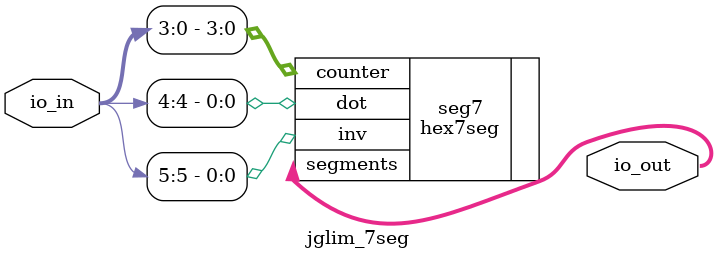
<source format=v>
`default_nettype none

module jglim_7seg(  
    input [7:0] io_in,
    output [7:0] io_out
);

hex7seg seg7(
    .counter(io_in[3:0]), 
    .dot(io_in[4]), 
    .inv(io_in[5]), 
    .segments(io_out[7:0])
);

endmodule
</source>
